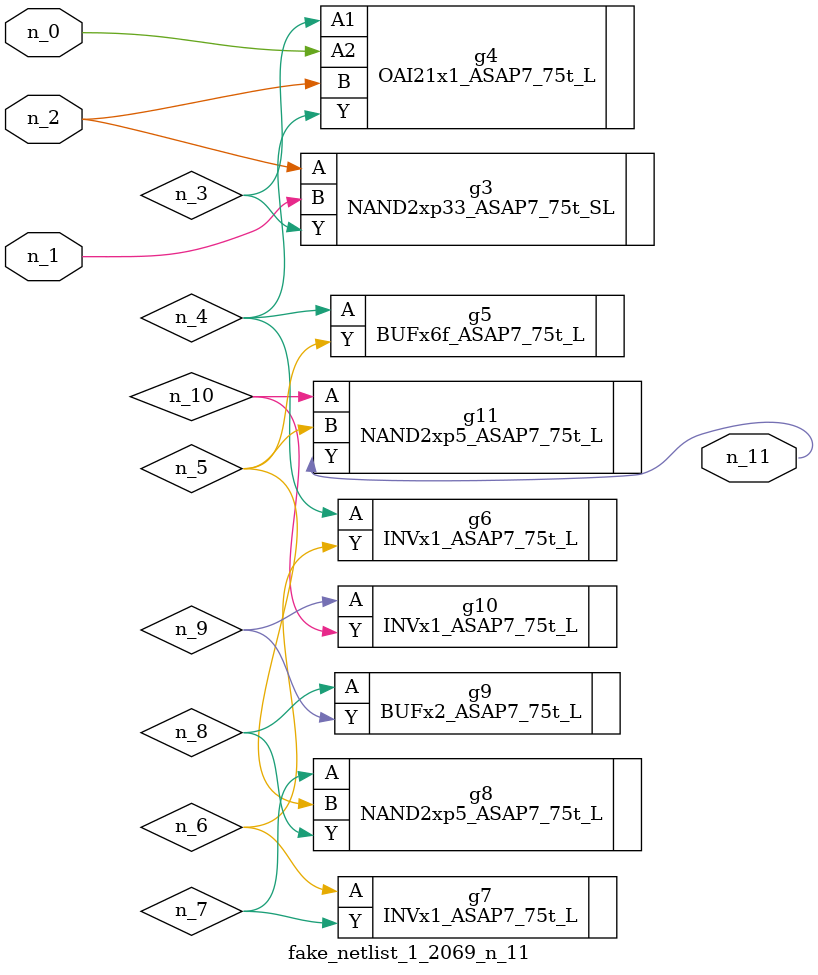
<source format=v>
module fake_netlist_1_2069_n_11 (n_1, n_2, n_0, n_11);
input n_1;
input n_2;
input n_0;
output n_11;
wire n_6;
wire n_4;
wire n_3;
wire n_9;
wire n_5;
wire n_7;
wire n_10;
wire n_8;
NAND2xp33_ASAP7_75t_SL g3 ( .A(n_2), .B(n_1), .Y(n_3) );
OAI21x1_ASAP7_75t_L g4 ( .A1(n_3), .A2(n_0), .B(n_2), .Y(n_4) );
BUFx6f_ASAP7_75t_L g5 ( .A(n_4), .Y(n_5) );
INVx1_ASAP7_75t_L g6 ( .A(n_4), .Y(n_6) );
INVx1_ASAP7_75t_L g7 ( .A(n_6), .Y(n_7) );
NAND2xp5_ASAP7_75t_L g8 ( .A(n_7), .B(n_5), .Y(n_8) );
BUFx2_ASAP7_75t_L g9 ( .A(n_8), .Y(n_9) );
INVx1_ASAP7_75t_L g10 ( .A(n_9), .Y(n_10) );
NAND2xp5_ASAP7_75t_L g11 ( .A(n_10), .B(n_5), .Y(n_11) );
endmodule
</source>
